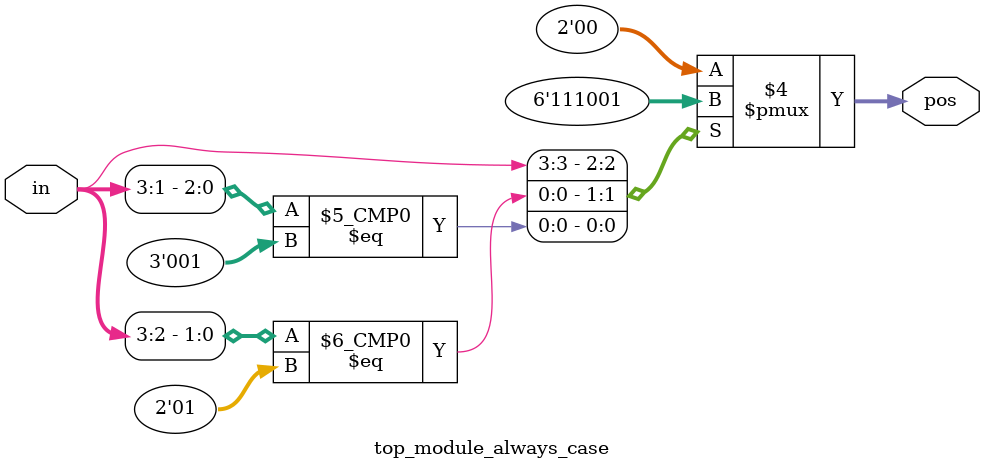
<source format=v>
module top_module_always_case (
    input [3:0] in,
    output reg [1:0] pos
);

    always @ (*) begin
        casez(in)
            4'b1???: pos = 2'b11;
            4'b01??: pos = 2'b10;
            4'b001?: pos = 2'b01;
            4'b0001: pos = 2'b00;
            default: pos = 2'b00;
        endcase
    end

endmodule
</source>
